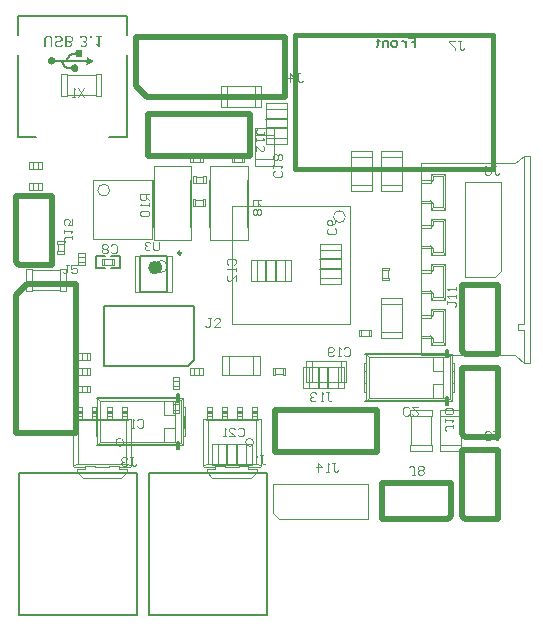
<source format=gbo>
G04 Layer_Color=65280*
%FSLAX44Y44*%
%MOMM*%
G71*
G01*
G75*
%ADD29C,0.1270*%
%ADD32C,0.0500*%
%ADD33C,0.1000*%
%ADD68C,0.5080*%
%ADD69C,0.2500*%
%ADD70C,0.6000*%
%ADD72C,0.2000*%
%ADD73C,0.1250*%
%ADD74C,0.1500*%
%ADD108C,0.0508*%
%ADD109C,0.2032*%
%ADD110C,0.5000*%
%ADD111C,0.4000*%
%ADD112C,0.1280*%
G36*
X284792Y1264169D02*
X285074Y1264155D01*
X285328Y1264113D01*
X285539Y1264071D01*
X285723Y1264042D01*
X285849Y1264000D01*
X285934Y1263986D01*
X285962Y1263972D01*
X286188Y1263887D01*
X286399Y1263774D01*
X286582Y1263662D01*
X286752Y1263549D01*
X286878Y1263450D01*
X286977Y1263366D01*
X287048Y1263309D01*
X287062Y1263295D01*
X287245Y1263112D01*
X287386Y1262900D01*
X287513Y1262703D01*
X287612Y1262506D01*
X287682Y1262337D01*
X287738Y1262210D01*
X287752Y1262153D01*
X287767Y1262111D01*
X287781Y1262097D01*
Y1262083D01*
X287851Y1261787D01*
X287908Y1261491D01*
X287950Y1261209D01*
X287978Y1260941D01*
X287992Y1260701D01*
X288006Y1260603D01*
Y1260518D01*
Y1260447D01*
Y1260391D01*
Y1260363D01*
Y1260349D01*
Y1254893D01*
X286794D01*
Y1260433D01*
Y1260673D01*
X286780Y1260884D01*
X286766Y1261082D01*
X286737Y1261237D01*
X286723Y1261364D01*
X286695Y1261462D01*
X286681Y1261533D01*
Y1261547D01*
X286639Y1261716D01*
X286582Y1261857D01*
X286526Y1261998D01*
X286470Y1262111D01*
X286427Y1262210D01*
X286385Y1262294D01*
X286357Y1262337D01*
X286343Y1262351D01*
X286230Y1262492D01*
X286117Y1262604D01*
X285990Y1262717D01*
X285878Y1262788D01*
X285765Y1262858D01*
X285680Y1262900D01*
X285624Y1262929D01*
X285610Y1262943D01*
X285427Y1263013D01*
X285243Y1263055D01*
X285060Y1263098D01*
X284877Y1263112D01*
X284722Y1263126D01*
X284609Y1263140D01*
X284496D01*
X284256Y1263126D01*
X284045Y1263112D01*
X283862Y1263084D01*
X283692Y1263041D01*
X283566Y1262999D01*
X283467Y1262971D01*
X283411Y1262957D01*
X283382Y1262943D01*
X283213Y1262858D01*
X283072Y1262759D01*
X282945Y1262675D01*
X282847Y1262576D01*
X282762Y1262492D01*
X282706Y1262421D01*
X282663Y1262365D01*
X282649Y1262351D01*
X282494Y1262083D01*
X282438Y1261956D01*
X282396Y1261829D01*
X282353Y1261730D01*
X282325Y1261646D01*
X282311Y1261589D01*
Y1261575D01*
X282283Y1261406D01*
X282255Y1261209D01*
X282241Y1261011D01*
X282226Y1260828D01*
X282212Y1260659D01*
Y1260532D01*
Y1260476D01*
Y1260433D01*
Y1260419D01*
Y1260405D01*
Y1254893D01*
X281000D01*
Y1260349D01*
X281014Y1260715D01*
X281028Y1261054D01*
X281070Y1261350D01*
X281113Y1261603D01*
X281141Y1261815D01*
X281169Y1261899D01*
X281183Y1261970D01*
X281197Y1262026D01*
Y1262069D01*
X281211Y1262083D01*
Y1262097D01*
X281310Y1262351D01*
X281409Y1262576D01*
X281536Y1262788D01*
X281649Y1262957D01*
X281761Y1263098D01*
X281846Y1263211D01*
X281902Y1263267D01*
X281930Y1263295D01*
X282100Y1263450D01*
X282269Y1263577D01*
X282452Y1263690D01*
X282621Y1263789D01*
X282762Y1263859D01*
X282889Y1263915D01*
X282959Y1263944D01*
X282988Y1263958D01*
X283241Y1264028D01*
X283495Y1264085D01*
X283749Y1264127D01*
X283989Y1264155D01*
X284186Y1264169D01*
X284355Y1264183D01*
X284496D01*
X284792Y1264169D01*
D02*
G37*
G36*
X302442Y1263986D02*
X302752Y1263972D01*
X303020Y1263944D01*
X303245Y1263915D01*
X303428Y1263887D01*
X303555Y1263859D01*
X303640Y1263831D01*
X303668D01*
X303894Y1263760D01*
X304105Y1263676D01*
X304302Y1263577D01*
X304471Y1263478D01*
X304598Y1263394D01*
X304711Y1263337D01*
X304767Y1263281D01*
X304796Y1263267D01*
X304951Y1263126D01*
X305092Y1262985D01*
X305205Y1262844D01*
X305303Y1262703D01*
X305388Y1262590D01*
X305444Y1262492D01*
X305472Y1262435D01*
X305487Y1262407D01*
X305571Y1262210D01*
X305642Y1261998D01*
X305684Y1261801D01*
X305726Y1261618D01*
X305740Y1261448D01*
X305754Y1261322D01*
Y1261237D01*
Y1261223D01*
Y1261209D01*
X305726Y1260871D01*
X305670Y1260560D01*
X305585Y1260293D01*
X305487Y1260067D01*
X305388Y1259884D01*
X305303Y1259757D01*
X305247Y1259672D01*
X305219Y1259644D01*
X305007Y1259433D01*
X304767Y1259249D01*
X304528Y1259108D01*
X304288Y1258996D01*
X304091Y1258925D01*
X303922Y1258869D01*
X303851Y1258855D01*
X303809Y1258840D01*
X303781Y1258826D01*
X303767D01*
Y1258784D01*
X303964Y1258671D01*
X304133Y1258544D01*
X304288Y1258432D01*
X304415Y1258305D01*
X304514Y1258206D01*
X304584Y1258121D01*
X304627Y1258065D01*
X304641Y1258051D01*
X304753Y1257868D01*
X304838Y1257684D01*
X304894Y1257487D01*
X304937Y1257318D01*
X304965Y1257163D01*
X304979Y1257050D01*
Y1256966D01*
Y1256937D01*
X304965Y1256740D01*
X304937Y1256543D01*
X304909Y1256388D01*
X304866Y1256233D01*
X304810Y1256120D01*
X304782Y1256035D01*
X304753Y1255979D01*
X304739Y1255965D01*
X304641Y1255810D01*
X304528Y1255683D01*
X304415Y1255556D01*
X304302Y1255457D01*
X304190Y1255387D01*
X304105Y1255316D01*
X304049Y1255288D01*
X304020Y1255274D01*
X303851Y1255189D01*
X303682Y1255133D01*
X303513Y1255077D01*
X303372Y1255034D01*
X303245Y1255006D01*
X303146Y1254992D01*
X303090Y1254978D01*
X303062D01*
X302850Y1254950D01*
X302625Y1254921D01*
X302371Y1254907D01*
X302131D01*
X301920Y1254893D01*
X298889D01*
Y1264000D01*
X302103D01*
X302442Y1263986D01*
D02*
G37*
G36*
X293603Y1264155D02*
X293913Y1264141D01*
X294181Y1264099D01*
X294406Y1264056D01*
X294590Y1264028D01*
X294730Y1263986D01*
X294815Y1263972D01*
X294829Y1263958D01*
X294843D01*
X295083Y1263859D01*
X295294Y1263760D01*
X295492Y1263662D01*
X295661Y1263563D01*
X295802Y1263478D01*
X295900Y1263408D01*
X295957Y1263352D01*
X295985Y1263337D01*
X296140Y1263196D01*
X296281Y1263055D01*
X296394Y1262900D01*
X296493Y1262774D01*
X296577Y1262647D01*
X296634Y1262548D01*
X296662Y1262492D01*
X296676Y1262463D01*
X296760Y1262266D01*
X296817Y1262083D01*
X296873Y1261899D01*
X296901Y1261745D01*
X296915Y1261603D01*
X296930Y1261491D01*
Y1261434D01*
Y1261406D01*
X296901Y1261054D01*
X296845Y1260758D01*
X296760Y1260490D01*
X296676Y1260278D01*
X296577Y1260109D01*
X296493Y1259982D01*
X296436Y1259912D01*
X296408Y1259884D01*
X296197Y1259686D01*
X295957Y1259517D01*
X295703Y1259376D01*
X295464Y1259263D01*
X295238Y1259179D01*
X295139Y1259151D01*
X295055Y1259122D01*
X294984Y1259094D01*
X294928Y1259080D01*
X294900Y1259066D01*
X294886D01*
X294688Y1259024D01*
X294477Y1258967D01*
X294265Y1258925D01*
X294082Y1258897D01*
X293899Y1258855D01*
X293772Y1258840D01*
X293715Y1258826D01*
X293673Y1258812D01*
X293645D01*
X293391Y1258770D01*
X293166Y1258728D01*
X292982Y1258685D01*
X292827Y1258657D01*
X292701Y1258629D01*
X292616Y1258615D01*
X292560Y1258601D01*
X292545D01*
X292292Y1258530D01*
X292066Y1258446D01*
X291883Y1258375D01*
X291742Y1258291D01*
X291629Y1258220D01*
X291559Y1258164D01*
X291516Y1258121D01*
X291502Y1258107D01*
X291404Y1257981D01*
X291333Y1257825D01*
X291291Y1257684D01*
X291263Y1257530D01*
X291234Y1257403D01*
X291220Y1257304D01*
Y1257233D01*
Y1257205D01*
X291248Y1256980D01*
X291305Y1256768D01*
X291404Y1256599D01*
X291516Y1256444D01*
X291615Y1256331D01*
X291714Y1256233D01*
X291770Y1256176D01*
X291798Y1256162D01*
X292038Y1256021D01*
X292292Y1255922D01*
X292560Y1255852D01*
X292799Y1255810D01*
X293025Y1255767D01*
X293123D01*
X293208Y1255753D01*
X293363D01*
X293687Y1255767D01*
X294011Y1255796D01*
X294308Y1255852D01*
X294561Y1255894D01*
X294787Y1255951D01*
X294871Y1255979D01*
X294956Y1256007D01*
X295012Y1256021D01*
X295055Y1256035D01*
X295083Y1256049D01*
X295097D01*
X295407Y1256162D01*
X295675Y1256289D01*
X295915Y1256416D01*
X296098Y1256529D01*
X296253Y1256627D01*
X296366Y1256712D01*
X296436Y1256768D01*
X296464Y1256782D01*
X296563D01*
Y1255359D01*
X296323Y1255260D01*
X296084Y1255175D01*
X295844Y1255091D01*
X295619Y1255034D01*
X295421Y1254978D01*
X295280Y1254936D01*
X295224Y1254921D01*
X295182D01*
X295153Y1254907D01*
X295139D01*
X294829Y1254837D01*
X294519Y1254795D01*
X294223Y1254752D01*
X293955Y1254738D01*
X293730Y1254724D01*
X293631Y1254710D01*
X293377D01*
X293109Y1254724D01*
X292841Y1254738D01*
X292602Y1254781D01*
X292376Y1254823D01*
X292151Y1254879D01*
X291953Y1254936D01*
X291770Y1255006D01*
X291601Y1255077D01*
X291446Y1255147D01*
X291305Y1255218D01*
X291192Y1255274D01*
X291093Y1255330D01*
X291023Y1255373D01*
X290967Y1255415D01*
X290938Y1255429D01*
X290924Y1255443D01*
X290755Y1255584D01*
X290614Y1255739D01*
X290487Y1255894D01*
X290375Y1256049D01*
X290276Y1256204D01*
X290205Y1256359D01*
X290093Y1256655D01*
X290022Y1256923D01*
X289994Y1257036D01*
X289980Y1257135D01*
X289966Y1257219D01*
Y1257276D01*
Y1257318D01*
Y1257332D01*
X289994Y1257684D01*
X290050Y1258009D01*
X290149Y1258291D01*
X290262Y1258516D01*
X290360Y1258699D01*
X290459Y1258840D01*
X290515Y1258925D01*
X290544Y1258939D01*
Y1258953D01*
X290656Y1259066D01*
X290783Y1259165D01*
X291065Y1259348D01*
X291361Y1259503D01*
X291657Y1259616D01*
X291925Y1259715D01*
X292038Y1259743D01*
X292137Y1259771D01*
X292221Y1259799D01*
X292278Y1259813D01*
X292320Y1259827D01*
X292334D01*
X292560Y1259870D01*
X292771Y1259912D01*
X292968Y1259954D01*
X293137Y1259982D01*
X293279Y1260011D01*
X293377Y1260025D01*
X293448Y1260039D01*
X293476D01*
X293673Y1260067D01*
X293857Y1260095D01*
X294026Y1260137D01*
X294167Y1260166D01*
X294293Y1260194D01*
X294378Y1260208D01*
X294449Y1260236D01*
X294463D01*
X294674Y1260307D01*
X294857Y1260377D01*
X295012Y1260447D01*
X295139Y1260518D01*
X295238Y1260589D01*
X295308Y1260645D01*
X295351Y1260673D01*
X295365Y1260687D01*
X295464Y1260800D01*
X295548Y1260941D01*
X295604Y1261096D01*
X295633Y1261237D01*
X295661Y1261364D01*
X295675Y1261477D01*
Y1261547D01*
Y1261561D01*
Y1261575D01*
Y1261702D01*
X295647Y1261829D01*
X295576Y1262055D01*
X295478Y1262238D01*
X295365Y1262407D01*
X295238Y1262534D01*
X295139Y1262618D01*
X295069Y1262689D01*
X295055Y1262703D01*
X295041D01*
X294787Y1262844D01*
X294505Y1262943D01*
X294209Y1263027D01*
X293941Y1263070D01*
X293687Y1263098D01*
X293575Y1263112D01*
X293476D01*
X293405Y1263126D01*
X293293D01*
X292982Y1263112D01*
X292686Y1263084D01*
X292404Y1263027D01*
X292137Y1262971D01*
X291911Y1262915D01*
X291826Y1262886D01*
X291742Y1262858D01*
X291671Y1262844D01*
X291629Y1262830D01*
X291601Y1262816D01*
X291587D01*
X291263Y1262689D01*
X290952Y1262548D01*
X290685Y1262393D01*
X290459Y1262252D01*
X290262Y1262125D01*
X290121Y1262026D01*
X290064Y1261984D01*
X290022Y1261956D01*
X290008Y1261928D01*
X289909D01*
Y1263450D01*
X290205Y1263577D01*
X290501Y1263676D01*
X290769Y1263774D01*
X291009Y1263845D01*
X291206Y1263915D01*
X291361Y1263958D01*
X291418Y1263972D01*
X291474D01*
X291488Y1263986D01*
X291502D01*
X291812Y1264042D01*
X292108Y1264085D01*
X292419Y1264127D01*
X292686Y1264141D01*
X292926Y1264155D01*
X293025Y1264169D01*
X293279D01*
X293603Y1264155D01*
D02*
G37*
G36*
X329804Y1263070D02*
X327943D01*
Y1254851D01*
X326998D01*
X326984Y1254992D01*
X326956Y1255119D01*
X326928Y1255232D01*
X326886Y1255330D01*
X326857Y1255401D01*
X326829Y1255457D01*
X326815Y1255485D01*
X326801Y1255499D01*
X326674Y1255655D01*
X326519Y1255767D01*
X326463Y1255824D01*
X326406Y1255852D01*
X326378Y1255866D01*
X326364Y1255880D01*
X326265Y1255922D01*
X326167Y1255951D01*
X325941Y1256007D01*
X325843Y1256035D01*
X325758Y1256049D01*
X325702Y1256063D01*
X325687D01*
X325377Y1256092D01*
X325236Y1256106D01*
X325109D01*
X325011Y1256120D01*
X324870D01*
Y1256952D01*
X326773D01*
Y1263070D01*
X324870D01*
Y1264000D01*
X329804D01*
Y1263070D01*
D02*
G37*
G36*
X314635Y1264169D02*
X314903Y1264155D01*
X315129Y1264127D01*
X315326Y1264085D01*
X315495Y1264042D01*
X315622Y1264014D01*
X315707Y1264000D01*
X315735Y1263986D01*
X315961Y1263901D01*
X316158Y1263803D01*
X316341Y1263704D01*
X316510Y1263591D01*
X316637Y1263507D01*
X316722Y1263422D01*
X316792Y1263366D01*
X316806Y1263352D01*
X316947Y1263196D01*
X317074Y1263055D01*
X317187Y1262900D01*
X317272Y1262759D01*
X317342Y1262633D01*
X317398Y1262534D01*
X317427Y1262477D01*
X317441Y1262449D01*
X317525Y1262252D01*
X317582Y1262055D01*
X317624Y1261857D01*
X317652Y1261688D01*
X317666Y1261533D01*
X317680Y1261406D01*
Y1261336D01*
Y1261308D01*
X317666Y1261082D01*
X317652Y1260884D01*
X317624Y1260715D01*
X317582Y1260560D01*
X317539Y1260447D01*
X317511Y1260363D01*
X317497Y1260307D01*
X317483Y1260293D01*
X317412Y1260152D01*
X317328Y1260011D01*
X317257Y1259898D01*
X317173Y1259813D01*
X317102Y1259729D01*
X317060Y1259672D01*
X317018Y1259644D01*
X317004Y1259630D01*
X316792Y1259461D01*
X316581Y1259348D01*
X316496Y1259292D01*
X316426Y1259263D01*
X316369Y1259235D01*
X316355D01*
X316087Y1259137D01*
X315975Y1259108D01*
X315876Y1259080D01*
X315791Y1259052D01*
X315735D01*
X315693Y1259038D01*
X315679D01*
Y1258953D01*
X315947Y1258883D01*
X316186Y1258770D01*
X316398Y1258657D01*
X316595Y1258530D01*
X316736Y1258418D01*
X316849Y1258319D01*
X316919Y1258262D01*
X316947Y1258234D01*
X317131Y1258009D01*
X317272Y1257783D01*
X317370Y1257572D01*
X317427Y1257360D01*
X317469Y1257177D01*
X317483Y1257036D01*
X317497Y1256980D01*
Y1256937D01*
Y1256923D01*
Y1256909D01*
X317483Y1256712D01*
X317455Y1256529D01*
X317427Y1256359D01*
X317384Y1256218D01*
X317328Y1256106D01*
X317300Y1256021D01*
X317272Y1255965D01*
X317257Y1255951D01*
X317159Y1255796D01*
X317060Y1255655D01*
X316947Y1255542D01*
X316849Y1255429D01*
X316750Y1255344D01*
X316665Y1255288D01*
X316609Y1255246D01*
X316595Y1255232D01*
X316285Y1255062D01*
X316130Y1254992D01*
X315989Y1254936D01*
X315862Y1254893D01*
X315763Y1254865D01*
X315707Y1254837D01*
X315679D01*
X315481Y1254795D01*
X315284Y1254766D01*
X315086Y1254738D01*
X314903Y1254724D01*
X314748Y1254710D01*
X314509D01*
X314255Y1254724D01*
X314001Y1254738D01*
X313761Y1254766D01*
X313536Y1254795D01*
X313353Y1254837D01*
X313212Y1254865D01*
X313155Y1254879D01*
X313113D01*
X313099Y1254893D01*
X313085D01*
X312831Y1254964D01*
X312605Y1255034D01*
X312408Y1255105D01*
X312239Y1255161D01*
X312112Y1255218D01*
X312027Y1255246D01*
X311957Y1255274D01*
X311943Y1255288D01*
Y1256571D01*
X311999D01*
X312225Y1256430D01*
X312436Y1256317D01*
X312648Y1256218D01*
X312831Y1256134D01*
X312986Y1256063D01*
X313113Y1256021D01*
X313197Y1255993D01*
X313226Y1255979D01*
X313465Y1255908D01*
X313705Y1255852D01*
X313916Y1255824D01*
X314100Y1255796D01*
X314255Y1255781D01*
X314368Y1255767D01*
X314466D01*
X314734Y1255781D01*
X314847Y1255796D01*
X314946D01*
X315030Y1255810D01*
X315086Y1255824D01*
X315129Y1255838D01*
X315143D01*
X315368Y1255894D01*
X315467Y1255922D01*
X315552Y1255965D01*
X315622Y1255993D01*
X315679Y1256021D01*
X315707Y1256035D01*
X315721Y1256049D01*
X315890Y1256190D01*
X316017Y1256317D01*
X316059Y1256388D01*
X316087Y1256430D01*
X316116Y1256458D01*
Y1256472D01*
X316200Y1256655D01*
X316243Y1256839D01*
X316257Y1256923D01*
Y1256980D01*
Y1257022D01*
Y1257036D01*
X316228Y1257304D01*
X316172Y1257530D01*
X316073Y1257727D01*
X315975Y1257882D01*
X315876Y1258009D01*
X315777Y1258107D01*
X315721Y1258164D01*
X315693Y1258178D01*
X315467Y1258305D01*
X315228Y1258403D01*
X314974Y1258460D01*
X314734Y1258516D01*
X314523Y1258544D01*
X314438D01*
X314354Y1258559D01*
X313776D01*
Y1259574D01*
X314325D01*
X314650Y1259588D01*
X314790Y1259602D01*
X314917D01*
X315016Y1259616D01*
X315101Y1259630D01*
X315157Y1259644D01*
X315171D01*
X315312Y1259672D01*
X315439Y1259715D01*
X315566Y1259757D01*
X315665Y1259799D01*
X315735Y1259841D01*
X315791Y1259884D01*
X315834Y1259898D01*
X315848Y1259912D01*
X316031Y1260067D01*
X316158Y1260236D01*
X316214Y1260307D01*
X316243Y1260363D01*
X316271Y1260405D01*
Y1260419D01*
X316327Y1260546D01*
X316369Y1260673D01*
X316398Y1260814D01*
X316426Y1260941D01*
Y1261054D01*
X316440Y1261138D01*
Y1261195D01*
Y1261223D01*
Y1261406D01*
X316412Y1261561D01*
X316398Y1261702D01*
X316369Y1261815D01*
X316341Y1261914D01*
X316327Y1261984D01*
X316299Y1262026D01*
Y1262040D01*
X316172Y1262266D01*
X316101Y1262365D01*
X316031Y1262463D01*
X315975Y1262534D01*
X315918Y1262590D01*
X315890Y1262618D01*
X315876Y1262633D01*
X315763Y1262717D01*
X315650Y1262788D01*
X315425Y1262900D01*
X315326Y1262943D01*
X315242Y1262971D01*
X315185Y1262999D01*
X315171D01*
X314861Y1263070D01*
X314720Y1263098D01*
X314593Y1263112D01*
X314494D01*
X314424Y1263126D01*
X314354D01*
X314100Y1263112D01*
X313860Y1263084D01*
X313635Y1263055D01*
X313423Y1263013D01*
X313240Y1262971D01*
X313113Y1262929D01*
X313057Y1262915D01*
X313014D01*
X313000Y1262900D01*
X312986D01*
X312732Y1262816D01*
X312493Y1262717D01*
X312295Y1262618D01*
X312112Y1262520D01*
X311957Y1262449D01*
X311858Y1262379D01*
X311788Y1262337D01*
X311760Y1262322D01*
X311675D01*
Y1263619D01*
X311858Y1263690D01*
X312056Y1263774D01*
X312253Y1263831D01*
X312450Y1263887D01*
X312620Y1263930D01*
X312746Y1263972D01*
X312803Y1263986D01*
X312845D01*
X312859Y1264000D01*
X312873D01*
X313155Y1264056D01*
X313423Y1264099D01*
X313663Y1264141D01*
X313902Y1264155D01*
X314086Y1264169D01*
X314241Y1264183D01*
X314368D01*
X314635Y1264169D01*
D02*
G37*
G36*
X321642Y1262252D02*
X320176D01*
Y1264000D01*
X321642D01*
Y1262252D01*
D02*
G37*
G36*
X313326Y1251790D02*
X313347Y1251651D01*
X313370Y1246474D01*
X313351Y1246385D01*
X313262Y1246356D01*
X308184Y1246361D01*
X307953Y1246342D01*
X307887Y1246399D01*
X307901Y1248096D01*
X307887Y1248223D01*
X307722Y1248261D01*
X306982Y1248191D01*
X306228Y1248110D01*
X305605Y1248026D01*
X305183Y1247905D01*
X304554Y1247658D01*
X304115Y1247469D01*
X303585Y1247141D01*
X303177Y1246875D01*
X302611Y1246262D01*
X302248Y1245795D01*
X301984Y1245347D01*
X301758Y1244881D01*
X301399Y1244277D01*
X301253Y1244098D01*
X301263Y1244004D01*
X301381Y1243966D01*
X302521Y1243990D01*
X309066Y1244023D01*
X316831D01*
X316888Y1244093D01*
Y1244211D01*
X316881Y1244888D01*
X316878Y1246620D01*
X316954Y1246696D01*
X317039D01*
X317274Y1246550D01*
X317774Y1246267D01*
X318491Y1245814D01*
X319120Y1245425D01*
X320013Y1244937D01*
X320763Y1244527D01*
X321367Y1244107D01*
X323177Y1243112D01*
X323297Y1243016D01*
X323309Y1242966D01*
X323168Y1242858D01*
X321895Y1242155D01*
X320881Y1241585D01*
X320131Y1241170D01*
X319146Y1240590D01*
X318377Y1240161D01*
X317251Y1239501D01*
X316956Y1239329D01*
X316859Y1239360D01*
X316878Y1241062D01*
X316873Y1241689D01*
X316899Y1241993D01*
X316826Y1242047D01*
X315435Y1242000D01*
X313724Y1242005D01*
X312630Y1242000D01*
X308889Y1241993D01*
X301249Y1242000D01*
X298000D01*
X297694Y1242009D01*
X297649Y1241964D01*
X297633Y1241896D01*
X297682Y1241771D01*
X297800Y1241573D01*
X297896Y1241373D01*
X297988Y1241196D01*
X298137Y1240882D01*
X298255Y1240576D01*
X298415Y1240190D01*
X298596Y1239848D01*
X298731Y1239572D01*
X298986Y1239251D01*
X299226Y1238973D01*
X299471Y1238737D01*
X299735Y1238563D01*
X299966Y1238417D01*
X300390Y1238238D01*
X300772Y1238110D01*
X301489Y1237988D01*
X301975Y1237950D01*
X302441Y1237888D01*
X303337Y1237865D01*
X303677Y1237875D01*
X303823Y1237917D01*
X303941Y1238176D01*
X304063Y1238412D01*
X304304Y1238733D01*
X304655Y1239117D01*
X304888Y1239360D01*
X305157Y1239591D01*
X305699Y1239893D01*
X306100Y1240010D01*
X306656Y1240095D01*
X307236Y1240095D01*
X307717Y1240020D01*
X308010Y1239925D01*
X308328Y1239824D01*
X308641Y1239638D01*
X308931Y1239404D01*
X309118Y1239246D01*
X309316Y1238996D01*
X309518Y1238728D01*
X309740Y1238436D01*
X309886Y1238190D01*
X310027Y1237790D01*
X310091Y1237481D01*
X310117Y1237116D01*
X310103Y1236677D01*
X310089Y1236366D01*
X310051Y1236106D01*
X309938Y1235786D01*
X309759Y1235409D01*
X309617Y1235111D01*
X309452Y1234866D01*
X309158Y1234572D01*
X308849Y1234277D01*
X308434Y1234018D01*
X308095Y1233806D01*
X307529Y1233674D01*
X307057Y1233650D01*
X306484Y1233657D01*
X305999Y1233766D01*
X305591Y1233900D01*
X305303Y1234032D01*
X304959Y1234263D01*
X304646Y1234539D01*
X304323Y1234857D01*
X304087Y1235263D01*
X303912Y1235545D01*
X303860Y1235772D01*
X303785Y1235909D01*
X303700Y1235993D01*
X303120Y1235998D01*
X301489Y1236097D01*
X300857Y1236191D01*
X299740Y1236418D01*
X299315Y1236606D01*
X298717Y1236875D01*
X298062Y1237299D01*
X297623Y1237705D01*
X297095Y1238403D01*
X296826Y1238997D01*
X296567Y1239595D01*
X296114Y1240633D01*
X295862Y1241206D01*
X295638Y1241755D01*
X295553Y1241910D01*
X295449Y1241962D01*
X292866Y1241963D01*
X290453Y1241934D01*
X290394Y1241819D01*
X290260Y1241537D01*
X290094Y1241296D01*
X289890Y1241008D01*
X289718Y1240804D01*
X289436Y1240542D01*
X289087Y1240309D01*
X288778Y1240151D01*
X288452Y1240025D01*
X288081Y1239917D01*
X287725Y1239874D01*
X287310D01*
Y1239890D01*
X287073Y1239881D01*
X286435Y1239987D01*
X285888Y1240237D01*
X285506Y1240496D01*
X285128Y1240751D01*
X284737Y1241231D01*
X284516Y1241609D01*
X284318Y1242005D01*
X284200Y1242453D01*
X284148Y1242792D01*
X284153Y1243410D01*
X284219Y1243933D01*
X284407Y1244409D01*
X284568Y1244734D01*
X284855Y1245093D01*
X285270Y1245508D01*
X285577Y1245739D01*
X285845Y1245975D01*
X286345Y1246177D01*
X286689Y1246257D01*
X287052Y1246281D01*
X287571Y1246267D01*
X288080Y1246225D01*
X288467Y1246125D01*
X288801Y1246026D01*
X289219Y1245741D01*
X289452Y1245541D01*
X289678Y1245371D01*
X289886Y1245159D01*
X290060Y1244961D01*
X290261Y1244666D01*
X290376Y1244400D01*
X290452Y1244159D01*
X290508Y1244018D01*
X290574Y1243961D01*
X291819Y1243952D01*
X297229Y1243954D01*
X298504Y1243947D01*
X298820Y1244037D01*
X299103Y1244178D01*
X299396Y1244489D01*
X299655Y1244881D01*
X299803Y1245194D01*
X300129Y1245817D01*
X300513Y1246517D01*
X300923Y1247200D01*
X301583Y1247955D01*
X302229Y1248520D01*
X302701Y1248959D01*
X303498Y1249346D01*
X304186Y1249591D01*
X305009Y1249791D01*
X305397Y1249883D01*
X306161Y1249982D01*
X306944Y1250090D01*
X307682Y1250112D01*
X307852Y1250135D01*
X307887Y1250246D01*
X307866Y1251790D01*
X307908Y1251856D01*
X307984Y1251837D01*
X313083Y1251849D01*
X313281Y1251859D01*
X313326Y1251790D01*
D02*
G37*
%LPC*%
G36*
X301864Y1258559D02*
X300101D01*
Y1255937D01*
X301948D01*
X302131Y1255951D01*
X302272D01*
X302399Y1255965D01*
X302484D01*
X302540Y1255979D01*
X302554D01*
X302709Y1255993D01*
X302836Y1256035D01*
X302963Y1256063D01*
X303062Y1256106D01*
X303146Y1256134D01*
X303203Y1256162D01*
X303245Y1256176D01*
X303259Y1256190D01*
X303414Y1256303D01*
X303527Y1256430D01*
X303598Y1256515D01*
X303612Y1256543D01*
Y1256557D01*
X303682Y1256740D01*
X303710Y1256909D01*
X303724Y1256994D01*
Y1257050D01*
Y1257093D01*
Y1257107D01*
X303710Y1257374D01*
X303682Y1257501D01*
X303668Y1257600D01*
X303640Y1257684D01*
X303612Y1257741D01*
X303598Y1257783D01*
Y1257797D01*
X303541Y1257896D01*
X303485Y1257995D01*
X303358Y1258136D01*
X303287Y1258192D01*
X303231Y1258234D01*
X303203Y1258248D01*
X303189Y1258262D01*
X302977Y1258375D01*
X302780Y1258446D01*
X302695Y1258474D01*
X302625Y1258488D01*
X302582Y1258502D01*
X302568D01*
X302427Y1258516D01*
X302286Y1258530D01*
X302131Y1258544D01*
X301990D01*
X301864Y1258559D01*
D02*
G37*
G36*
X301976Y1262957D02*
X300101D01*
Y1259574D01*
X302202D01*
X302399Y1259588D01*
X302582D01*
X302724Y1259602D01*
X302850Y1259616D01*
X302935D01*
X302991Y1259630D01*
X303005D01*
X303160Y1259644D01*
X303302Y1259672D01*
X303414Y1259715D01*
X303527Y1259743D01*
X303612Y1259771D01*
X303668Y1259799D01*
X303710Y1259813D01*
X303724Y1259827D01*
X303879Y1259912D01*
X304006Y1260011D01*
X304105Y1260095D01*
X304190Y1260180D01*
X304260Y1260264D01*
X304302Y1260321D01*
X304316Y1260363D01*
X304331Y1260377D01*
X304387Y1260504D01*
X304429Y1260645D01*
X304457Y1260800D01*
X304486Y1260941D01*
Y1261054D01*
X304500Y1261167D01*
Y1261223D01*
Y1261251D01*
Y1261420D01*
X304471Y1261575D01*
X304443Y1261716D01*
X304415Y1261829D01*
X304387Y1261914D01*
X304359Y1261984D01*
X304345Y1262026D01*
X304331Y1262040D01*
X304260Y1262153D01*
X304190Y1262252D01*
X304020Y1262421D01*
X303950Y1262477D01*
X303894Y1262534D01*
X303851Y1262562D01*
X303837Y1262576D01*
X303710Y1262661D01*
X303569Y1262717D01*
X303428Y1262774D01*
X303302Y1262816D01*
X303189Y1262844D01*
X303090Y1262872D01*
X303034Y1262886D01*
X303005D01*
X302808Y1262915D01*
X302582Y1262929D01*
X302371Y1262943D01*
X302160D01*
X301976Y1262957D01*
D02*
G37*
%LPD*%
D29*
X436000Y901238D02*
Y918762D01*
X444000Y901238D02*
Y918762D01*
X622000Y992000D02*
Y995000D01*
X621000Y992000D02*
Y995000D01*
Y992000D02*
X623000D01*
X622000Y995000D02*
Y998000D01*
X621000Y995000D02*
Y998000D01*
X623000D01*
X622000Y955000D02*
Y958000D01*
X621000Y955000D02*
Y958000D01*
X623000D01*
X622000Y952000D02*
Y955000D01*
X621000Y952000D02*
Y955000D01*
Y952000D02*
X623000D01*
X553000Y995000D02*
X623000D01*
Y992000D02*
Y998000D01*
Y952000D02*
Y958000D01*
X553000Y955000D02*
X623000D01*
X514478Y1075117D02*
X532002D01*
X514478Y1067117D02*
X532002D01*
X468738Y1186000D02*
X486262D01*
X468738Y1194000D02*
X486262D01*
X324500Y1067500D02*
Y1077500D01*
Y1067500D02*
X332500D01*
X337500D02*
X345500D01*
Y1077500D01*
X337500D02*
X345500D01*
X324500D02*
X332500D01*
X521500Y966238D02*
Y983762D01*
X513500Y966238D02*
Y983762D01*
X394500Y954500D02*
Y957500D01*
X393500Y954500D02*
Y957500D01*
Y954500D02*
X395500D01*
X394500Y957500D02*
Y960500D01*
X393500Y957500D02*
Y960500D01*
X395500D01*
X394500Y917500D02*
Y920500D01*
X393500Y917500D02*
Y920500D01*
X395500D01*
X394500Y914500D02*
Y917500D01*
X393500Y914500D02*
Y917500D01*
Y914500D02*
X395500D01*
X325500Y957500D02*
X395500D01*
Y954500D02*
Y960500D01*
Y914500D02*
Y920500D01*
X325500Y917500D02*
X395500D01*
X468947Y1056514D02*
Y1074037D01*
X476948Y1056514D02*
Y1074037D01*
D32*
X610500Y1084450D02*
G03*
X608400Y1086550I-2100J0D01*
G01*
Y1063450D02*
G03*
X610500Y1065550I0J2100D01*
G01*
Y1122550D02*
G03*
X608400Y1124650I-2100J0D01*
G01*
X610500Y1008250D02*
G03*
X608400Y1010350I-2100J0D01*
G01*
X610500Y1046350D02*
G03*
X608400Y1048450I-2100J0D01*
G01*
Y1101550D02*
G03*
X610500Y1103650I0J2100D01*
G01*
X608400Y1139650D02*
G03*
X610500Y1141750I0J2100D01*
G01*
X608400Y1025350D02*
G03*
X610500Y1027450I0J2100D01*
G01*
X458377Y920000D02*
G03*
X458377Y920000I-3377J0D01*
G01*
X348377D02*
G03*
X348377Y920000I-3377J0D01*
G01*
X457000Y901000D02*
Y919000D01*
X452000Y901000D02*
Y919000D01*
X457000D01*
X452000Y901000D02*
X457000D01*
X423000D02*
Y919000D01*
X428000Y901000D02*
Y919000D01*
X423000D02*
X428000D01*
X423000Y901000D02*
X428000D01*
Y918800D02*
X452000D01*
X428000Y901200D02*
X452000D01*
X552000Y962500D02*
X553500D01*
X552000Y970000D02*
X553500D01*
X626500Y962500D02*
X628000D01*
X626500Y970000D02*
X628000D01*
X552000Y962500D02*
Y987500D01*
X553500D01*
X552000Y980000D02*
X553500D01*
X628000Y962500D02*
Y987500D01*
X626500D02*
X628000D01*
X626500Y980000D02*
X628000D01*
X626700Y970000D02*
Y980000D01*
X553300Y970000D02*
Y980000D01*
X553500Y994750D02*
X555990Y992260D01*
X553500Y955250D02*
Y994750D01*
Y955250D02*
X555990Y957739D01*
Y992260D01*
X610010Y992267D02*
X619068D01*
X624706Y992956D01*
X626500Y994750D01*
X553500D02*
X626500D01*
X555990Y992260D02*
X610010Y992267D01*
Y980753D02*
Y992267D01*
X555990Y957739D02*
X610010Y957732D01*
X553500Y955250D02*
X626500D01*
X624706Y957044D02*
X626500Y955250D01*
X619068Y957732D02*
X624706Y957044D01*
X610010Y957732D02*
X619068D01*
X610010D02*
Y969247D01*
X619011D02*
Y980753D01*
X610010Y969247D02*
X619068D01*
X610010Y980753D02*
X619068D01*
Y957732D02*
Y969247D01*
X624706Y957044D02*
Y992956D01*
X619068Y980753D02*
Y992267D01*
X626500Y955250D02*
Y994750D01*
X618500Y1119150D02*
Y1145150D01*
X600500Y1025350D02*
X608400D01*
X600500Y1063450D02*
X608400D01*
X610500Y1119150D02*
X618500D01*
X620600Y1117050D01*
X600500Y1124650D02*
X608400D01*
X610500Y1107050D02*
X618500D01*
X610500Y1103650D02*
Y1107050D01*
X608400Y1109150D02*
X610500Y1107050D01*
Y1004850D02*
X618500D01*
X600500Y1101550D02*
X608400D01*
X610500Y1042950D02*
X618500D01*
X600500Y1010350D02*
X608400D01*
X600500Y1139650D02*
X608400D01*
X618500Y1004850D02*
Y1030850D01*
Y1004850D02*
X620600Y1002750D01*
X618500Y1081050D02*
Y1107050D01*
X620600Y1109150D01*
X610500Y1030850D02*
X618500D01*
X620600Y1032950D01*
X610500Y1027450D02*
Y1030850D01*
X608400Y1032950D02*
X610500Y1030850D01*
Y1119150D02*
Y1122550D01*
X608400Y1117050D02*
X610500Y1119150D01*
X618500Y1042950D02*
Y1068950D01*
Y1042950D02*
X620600Y1040850D01*
X600500Y1048450D02*
X608400D01*
X610500Y1004850D02*
Y1008250D01*
X608400Y1002750D02*
X610500Y1004850D01*
Y1141750D02*
Y1145150D01*
X600500Y1086550D02*
X608400D01*
X610500Y1042950D02*
Y1046350D01*
X608400Y1040850D02*
X610500Y1042950D01*
Y1081050D02*
Y1084450D01*
Y1081050D02*
X618500D01*
X608400Y1078950D02*
X610500Y1081050D01*
X618500D02*
X620600Y1078950D01*
X610500Y1068950D02*
X618500D01*
X620600Y1071050D01*
X610500Y1065550D02*
Y1068950D01*
X608400Y1071050D02*
X610500Y1068950D01*
X608400Y1002750D02*
X620600D01*
X600500Y993750D02*
Y1156250D01*
Y993750D02*
X679500D01*
X687500Y987350D01*
X679500Y1156250D02*
X687500Y1162650D01*
X600500Y1156250D02*
X679500D01*
X620600Y1117050D02*
Y1147250D01*
X608400Y1117050D02*
X620600D01*
X608400Y1109150D02*
X620600D01*
Y1078950D02*
Y1109150D01*
X608400Y1078950D02*
X620600D01*
X608400Y1071050D02*
X620600D01*
Y1040850D02*
Y1071050D01*
X608400Y1040850D02*
X620600D01*
X608400Y1032950D02*
X620600D01*
Y1002750D02*
Y1032950D01*
X610500Y1145150D02*
X618500D01*
X620600Y1147250D01*
X608400D02*
X620600D01*
X608400D02*
X610500Y1145150D01*
X608400Y1078950D02*
Y1086550D01*
X600500Y1084450D02*
X610500D01*
X600500Y1065550D02*
X610500D01*
X608400Y1063450D02*
Y1071050D01*
Y1117050D02*
Y1124650D01*
X600500Y1122550D02*
X610500D01*
X608400Y1002750D02*
Y1010350D01*
X600500Y1008250D02*
X610500D01*
X608400Y1040850D02*
Y1048450D01*
X600500Y1046350D02*
X610500D01*
X600500Y1103650D02*
X610500D01*
X608400Y1101550D02*
Y1109150D01*
X600500Y1141750D02*
X610500D01*
X608400Y1139650D02*
Y1147250D01*
X600500Y1027450D02*
X610500D01*
X608400Y1025350D02*
Y1032950D01*
X692500Y987350D02*
Y1162650D01*
X687500Y1020350D02*
Y1162650D01*
X692500D01*
X682500Y1015350D02*
Y1020350D01*
Y1015350D02*
X687500D01*
Y987350D02*
Y1015350D01*
Y987350D02*
X692500D01*
X682500Y1020350D02*
X687500D01*
X566000Y1133000D02*
X584000D01*
X566000Y1138000D02*
X584000D01*
X566000Y1133000D02*
Y1138000D01*
X584000Y1133000D02*
Y1138000D01*
X566000Y1167000D02*
X584000D01*
X566000Y1162000D02*
X584000D01*
X566000D02*
Y1167000D01*
X584000Y1162000D02*
Y1167000D01*
X566200Y1138000D02*
Y1162000D01*
X583801Y1138000D02*
Y1162000D01*
X317250Y995250D02*
X320250D01*
Y989750D02*
Y995250D01*
X317250Y989750D02*
Y995250D01*
Y989750D02*
X320250D01*
X309750Y995250D02*
X312750D01*
Y989750D02*
Y995250D01*
X309750Y989750D02*
X312750D01*
X309750D02*
Y995250D01*
X312750Y989760D02*
X317250D01*
X312750D02*
X317250Y989765D01*
X312750Y995236D02*
X317250Y995240D01*
X312750Y995236D02*
X317250Y995240D01*
X537000Y971000D02*
Y989000D01*
X532000Y971000D02*
Y989000D01*
Y971000D02*
X537000D01*
X532000Y989000D02*
X537000D01*
X503000Y971000D02*
Y989000D01*
X508000Y971000D02*
Y989000D01*
X503000Y971000D02*
X508000D01*
X503000Y989000D02*
X508000D01*
Y971200D02*
X532000D01*
X508000Y988800D02*
X532000D01*
X514240Y1054118D02*
X532240D01*
X514240Y1059118D02*
X532240D01*
Y1054118D02*
Y1059118D01*
X514240Y1054118D02*
Y1059118D01*
Y1088118D02*
X532240D01*
X514240Y1083118D02*
X532240D01*
Y1088118D01*
X514240Y1083118D02*
Y1088118D01*
X532040Y1059118D02*
Y1083118D01*
X514440Y1059118D02*
Y1083118D01*
X468500Y1207000D02*
X486500D01*
X468500Y1202000D02*
X486500D01*
X468500D02*
Y1207000D01*
X486500Y1202000D02*
Y1207000D01*
X468500Y1173000D02*
X486500D01*
X468500Y1178000D02*
X486500D01*
X468500Y1173000D02*
Y1178000D01*
X486500Y1173000D02*
Y1178000D01*
X468700D02*
Y1202000D01*
X486300Y1178000D02*
Y1202000D01*
X329750Y1069750D02*
Y1075250D01*
X331750Y1069750D02*
Y1075250D01*
X329750Y1069750D02*
X331750D01*
X329750Y1075250D02*
X331750D01*
X338250Y1069750D02*
X340250D01*
X338250Y1075250D02*
X340250D01*
Y1069750D02*
Y1075250D01*
X338250Y1069750D02*
Y1075250D01*
X331750Y1069950D02*
X338250D01*
X331750Y1075050D02*
X338250D01*
X292250Y1090250D02*
X297750D01*
X292250Y1088250D02*
X297750D01*
Y1090250D01*
X292250Y1088250D02*
Y1090250D01*
X297750Y1079750D02*
Y1081750D01*
X292250Y1079750D02*
Y1081750D01*
Y1079750D02*
X297750D01*
X292250Y1081750D02*
X297750D01*
X297550D02*
Y1088250D01*
X292451Y1081750D02*
Y1088250D01*
X500500Y966000D02*
Y984000D01*
X505500Y966000D02*
Y984000D01*
X500500Y966000D02*
X505500D01*
X500500Y984000D02*
X505500D01*
X534500Y966000D02*
Y984000D01*
X529500Y966000D02*
Y984000D01*
Y966000D02*
X534500D01*
X529500Y984000D02*
X534500D01*
X505500Y966200D02*
X529500D01*
X505500Y983800D02*
X529500D01*
X271562Y1157165D02*
X276062Y1157170D01*
X271562Y1157165D02*
X276062Y1157170D01*
X271562Y1151690D02*
X276062Y1151695D01*
X271562Y1151690D02*
X276062D01*
X268562Y1151680D02*
Y1157180D01*
Y1151680D02*
X271562D01*
Y1157180D01*
X268562D02*
X271562D01*
X276062Y1151680D02*
X279062D01*
X276062D02*
Y1157180D01*
X279062Y1151680D02*
Y1157180D01*
X276062D02*
X279062D01*
X430500Y1203500D02*
Y1221500D01*
X435500Y1203500D02*
Y1221500D01*
X430500D02*
X435500D01*
X430500Y1203500D02*
X435500D01*
X464500D02*
Y1221500D01*
X459500Y1203500D02*
Y1221500D01*
X464500D01*
X459500Y1203500D02*
X464500D01*
X435500Y1221300D02*
X459500D01*
X435500Y1203700D02*
X459500D01*
X460031Y901425D02*
Y938575D01*
X464500Y939372D01*
Y900075D02*
Y939500D01*
X460031Y901425D02*
X464500Y900628D01*
X415500Y900075D02*
X416425Y899150D01*
X415500Y900075D02*
Y939500D01*
Y900628D02*
X419969Y901425D01*
X460031D01*
X463575Y899150D02*
X464500Y900075D01*
X454000Y899150D02*
X463575D01*
X446000Y899724D02*
X454000D01*
X434000Y899150D02*
X446000D01*
X426000Y899724D02*
X434000D01*
X416425Y899150D02*
X426000D01*
X415500Y939372D02*
X419969Y938575D01*
Y901425D02*
Y938575D01*
X415500Y939500D02*
X464500D01*
X419969Y938575D02*
X460031D01*
X418850Y942166D02*
X423050D01*
X418850Y945064D02*
X423050D01*
Y939500D02*
Y950000D01*
X418850Y939500D02*
Y950000D01*
X431550Y942166D02*
X435750D01*
X431550Y939500D02*
Y950000D01*
Y945064D02*
X435750D01*
Y939500D02*
Y950000D01*
X444250Y942166D02*
X448450D01*
X444250Y945064D02*
X448450D01*
X444250Y939500D02*
Y950000D01*
X448450Y939500D02*
Y950000D01*
X456950Y942166D02*
X461150D01*
X456950Y945064D02*
X461150D01*
Y939500D02*
Y950000D01*
X456950Y939500D02*
Y950000D01*
X418850Y945432D02*
X423050D01*
X431550D02*
X435750D01*
X444250D02*
X448450D01*
X456950D02*
X461150D01*
X418850Y946311D02*
X423050D01*
X431550D02*
X435750D01*
X444250D02*
X448450D01*
X456950D02*
X461150D01*
X434000Y899000D02*
Y899724D01*
Y899000D02*
X446000D01*
Y899724D01*
X454000Y897000D02*
Y899724D01*
Y897000D02*
X461000D01*
Y894500D02*
Y897000D01*
X456500Y890000D02*
X461000Y894500D01*
X423500Y890000D02*
X456500D01*
X419000Y894500D02*
X423500Y890000D01*
X419000Y894500D02*
Y897000D01*
X426000D02*
Y899724D01*
X419000Y897000D02*
X426000D01*
X418850Y950000D02*
X423050D01*
X431550D02*
X435750D01*
X444250D02*
X448450D01*
X456950D02*
X461150D01*
X350031Y901425D02*
Y938575D01*
X354500Y939372D01*
Y900075D02*
Y939500D01*
X350031Y901425D02*
X354500Y900628D01*
X305500Y900075D02*
X306425Y899150D01*
X305500Y900075D02*
Y939500D01*
Y900628D02*
X309969Y901425D01*
X350031D01*
X353576Y899150D02*
X354500Y900075D01*
X344000Y899150D02*
X353576D01*
X336000Y899724D02*
X344000D01*
X324000Y899150D02*
X336000D01*
X316000Y899724D02*
X324000D01*
X306425Y899150D02*
X316000D01*
X305500Y939372D02*
X309969Y938575D01*
Y901425D02*
Y938575D01*
X305500Y939500D02*
X354500D01*
X309969Y938575D02*
X350031D01*
X308850Y942166D02*
X313050D01*
X308850Y945064D02*
X313050D01*
Y939500D02*
Y950000D01*
X308850Y939500D02*
Y950000D01*
X321550Y942166D02*
X325750D01*
X321550Y939500D02*
Y950000D01*
Y945064D02*
X325750D01*
Y939500D02*
Y950000D01*
X334250Y942166D02*
X338450D01*
X334250Y945064D02*
X338450D01*
X334250Y939500D02*
Y950000D01*
X338450Y939500D02*
Y950000D01*
X346950Y942166D02*
X351150D01*
X346950Y945064D02*
X351150D01*
Y939500D02*
Y950000D01*
X346950Y939500D02*
Y950000D01*
X308850Y945432D02*
X313050D01*
X321550D02*
X325750D01*
X334250D02*
X338450D01*
X346950D02*
X351150D01*
X308850Y946311D02*
X313050D01*
X321550D02*
X325750D01*
X334250D02*
X338450D01*
X346950D02*
X351150D01*
X324000Y899000D02*
Y899724D01*
Y899000D02*
X336000D01*
Y899724D01*
X344000Y897000D02*
Y899724D01*
Y897000D02*
X351000D01*
Y894500D02*
Y897000D01*
X346500Y890000D02*
X351000Y894500D01*
X313500Y890000D02*
X346500D01*
X309000Y894500D02*
X313500Y890000D01*
X309000Y894500D02*
Y897000D01*
X316000D02*
Y899724D01*
X309000Y897000D02*
X316000D01*
X308850Y950000D02*
X313050D01*
X321550D02*
X325750D01*
X334250D02*
X338450D01*
X346950D02*
X351150D01*
X616000Y947000D02*
X634000D01*
X616000Y942000D02*
X634000D01*
Y947000D01*
X616000Y942000D02*
Y947000D01*
Y913000D02*
X634000D01*
X616000Y918000D02*
X634000D01*
Y913000D02*
Y918000D01*
X616000Y913000D02*
Y918000D01*
X633800D02*
Y942000D01*
X616200Y918000D02*
Y942000D01*
X591000Y947000D02*
X609000D01*
X591000Y942000D02*
X609000D01*
Y947000D01*
X591000Y942000D02*
Y947000D01*
Y913000D02*
X609000D01*
X591000Y918000D02*
X609000D01*
Y913000D02*
Y918000D01*
X591000Y913000D02*
Y918000D01*
X608800D02*
Y942000D01*
X591200Y918000D02*
Y942000D01*
X295500Y1213500D02*
Y1231500D01*
X300500Y1213500D02*
Y1231500D01*
X295500D02*
X300500D01*
X295500Y1213500D02*
X300500D01*
X329500D02*
Y1231500D01*
X324500Y1213500D02*
Y1231500D01*
X329500D01*
X324500Y1213500D02*
X329500D01*
X300500Y1231300D02*
X324500D01*
X300500Y1213700D02*
X324500D01*
X541000Y1167000D02*
X559000D01*
X541000Y1162000D02*
X559000D01*
Y1167000D01*
X541000Y1162000D02*
Y1167000D01*
Y1133000D02*
X559000D01*
X541000Y1138000D02*
X559000D01*
Y1133000D02*
Y1138000D01*
X541000Y1133000D02*
Y1138000D01*
X558800D02*
Y1162000D01*
X541200Y1138000D02*
Y1162000D01*
X271308Y1139385D02*
X275808Y1139390D01*
X271308Y1139385D02*
X275808Y1139390D01*
X271308Y1133910D02*
X275808Y1133915D01*
X271308Y1133910D02*
X275808D01*
X268308Y1133900D02*
Y1139400D01*
Y1133900D02*
X271308D01*
Y1139400D01*
X268308D02*
X271308D01*
X275808Y1133900D02*
X278808D01*
X275808D02*
Y1139400D01*
X278808Y1133900D02*
Y1139400D01*
X275808D02*
X278808D01*
X389750Y972250D02*
Y975250D01*
X395250D01*
X389750Y972250D02*
X395250D01*
Y975250D01*
X389750Y964750D02*
Y967750D01*
X395250D01*
Y964750D02*
Y967750D01*
X389750Y964750D02*
X395250D01*
X395240Y967750D02*
Y972250D01*
X395235D02*
X395240Y967750D01*
X389760Y972250D02*
X389765Y967750D01*
X389760Y972250D02*
X389765Y967750D01*
X404750Y977250D02*
X407750D01*
X404750D02*
Y982750D01*
X407750Y977250D02*
Y982750D01*
X404750D02*
X407750D01*
X412250Y977250D02*
X415250D01*
X412250D02*
Y982750D01*
X415250D01*
Y977250D02*
Y982750D01*
X407750Y982740D02*
X412250D01*
X407750Y982735D02*
X412250Y982740D01*
X407750Y977260D02*
X412250Y977265D01*
X407750Y977260D02*
X412250Y977265D01*
X395250Y944750D02*
Y947750D01*
X389750Y944750D02*
X395250D01*
X389750Y947750D02*
X395250D01*
X389750Y944750D02*
Y947750D01*
X395250Y952250D02*
Y955250D01*
X389750Y952250D02*
X395250D01*
X389750D02*
Y955250D01*
X395250D01*
X389760Y947750D02*
Y952250D01*
X389765Y947750D01*
X395235Y952250D02*
X395240Y947750D01*
X395235Y952250D02*
X395240Y947750D01*
X459260Y1180251D02*
X459264Y1159750D01*
X459260Y1180251D02*
X459264Y1159750D01*
X475735Y1180251D02*
X475740Y1159750D01*
Y1180251D01*
X459250Y1153750D02*
X475750D01*
Y1159750D01*
X459250D02*
X475750D01*
X459250Y1153750D02*
Y1159750D01*
X475750Y1180251D02*
Y1186251D01*
X459250Y1180251D02*
X475750D01*
X459250Y1186251D02*
X475750D01*
X459250Y1180251D02*
Y1186251D01*
X317250Y982750D02*
X320250D01*
Y977250D02*
Y982750D01*
X317250Y977250D02*
Y982750D01*
Y977250D02*
X320250D01*
X309750Y982750D02*
X312750D01*
Y977250D02*
Y982750D01*
X309750Y977250D02*
X312750D01*
X309750D02*
Y982750D01*
X312750Y977260D02*
X317250D01*
X312750D02*
X317250Y977265D01*
X312750Y982735D02*
X317250Y982740D01*
X312750Y982735D02*
X317250Y982740D01*
X309750Y962250D02*
X312750D01*
X309750D02*
Y967750D01*
X312750Y962250D02*
Y967750D01*
X309750D02*
X312750D01*
X317250Y962250D02*
X320250D01*
X317250D02*
Y967750D01*
X320250D01*
Y962250D02*
Y967750D01*
X312750Y967740D02*
X317250D01*
X312750Y967735D02*
X317250Y967740D01*
X312750Y962260D02*
X317250Y962265D01*
X312750Y962260D02*
X317250Y962265D01*
X474750Y977250D02*
Y982750D01*
X476750Y977250D02*
Y982750D01*
X474750D02*
X476750D01*
X474750Y977250D02*
X476750D01*
X483250Y982750D02*
X485250D01*
X483250Y977250D02*
X485250D01*
Y982750D01*
X483250Y977250D02*
Y982750D01*
X476750Y982550D02*
X483250D01*
X476750Y977450D02*
X483250D01*
X567250Y1067750D02*
X572750D01*
X567250Y1065750D02*
X572750D01*
Y1067750D01*
X567250Y1065750D02*
Y1067750D01*
X572750Y1057250D02*
Y1059250D01*
X567250Y1057250D02*
Y1059250D01*
Y1057250D02*
X572750D01*
X567250Y1059250D02*
X572750D01*
X572550D02*
Y1065750D01*
X567450Y1059250D02*
Y1065750D01*
X450249Y1157250D02*
Y1162750D01*
X448250Y1157250D02*
Y1162750D01*
Y1157250D02*
X450249D01*
X448250Y1162750D02*
X450249D01*
X439750Y1157250D02*
X441750D01*
X439750Y1162750D02*
X441750D01*
X439750Y1157250D02*
Y1162750D01*
X441750Y1157250D02*
Y1162750D01*
Y1157450D02*
X448250D01*
X441750Y1162550D02*
X448250D01*
X437250Y976760D02*
X457750Y976765D01*
X437250Y976760D02*
X457750Y976765D01*
X437250Y993235D02*
X457750Y993240D01*
X437250D02*
X457750D01*
X463750Y976750D02*
Y993250D01*
X457750D02*
X463750D01*
X457750Y976750D02*
Y993250D01*
Y976750D02*
X463750D01*
X431250Y993250D02*
X437250D01*
Y976750D02*
Y993250D01*
X431250Y976750D02*
Y993250D01*
Y976750D02*
X437250D01*
X404750Y1157250D02*
Y1162750D01*
X406750Y1157250D02*
Y1162750D01*
X404750D02*
X406750D01*
X404750Y1157250D02*
X406750D01*
X413250Y1162750D02*
X415250D01*
X413250Y1157250D02*
X415250D01*
Y1162750D01*
X413250Y1157250D02*
Y1162750D01*
X406750Y1162550D02*
X413250D01*
X406750Y1157450D02*
X413250D01*
X407250Y1139750D02*
Y1145250D01*
X409250Y1139750D02*
Y1145250D01*
X407250D02*
X409250D01*
X407250Y1139750D02*
X409250D01*
X415750Y1145250D02*
X417750D01*
X415750Y1139750D02*
X417750D01*
Y1145250D01*
X415750Y1139750D02*
Y1145250D01*
X409250Y1145050D02*
X415750D01*
X409250Y1139950D02*
X415750D01*
X406992Y1120184D02*
Y1125684D01*
X408992Y1120184D02*
Y1125684D01*
X406992D02*
X408992D01*
X406992Y1120184D02*
X408992D01*
X415492Y1125684D02*
X417492D01*
X415492Y1120184D02*
X417492D01*
Y1125684D01*
X415492Y1120184D02*
Y1125684D01*
X408992Y1125484D02*
X415492D01*
X408992Y1120384D02*
X415492D01*
X309760Y1077250D02*
X309765Y1072750D01*
X309760Y1077250D02*
X309765Y1072750D01*
X315235Y1077250D02*
X315240Y1072750D01*
Y1077250D01*
X309749Y1069750D02*
X315250D01*
Y1072750D01*
X309749D02*
X315250D01*
X309749Y1069750D02*
Y1072750D01*
X315250Y1077250D02*
Y1080250D01*
X309749Y1077250D02*
X315250D01*
X309749Y1080250D02*
X315250D01*
X309749Y1077250D02*
Y1080250D01*
X547250Y1009750D02*
Y1015250D01*
X549250Y1009750D02*
Y1015250D01*
X547250D02*
X549250D01*
X547250Y1009750D02*
X549250D01*
X555751Y1015250D02*
X557751D01*
X555751Y1009750D02*
X557751D01*
Y1015250D01*
X555751Y1009750D02*
Y1015250D01*
X549250Y1015050D02*
X555751D01*
X549250Y1009950D02*
X555751D01*
X324500Y925000D02*
X326000D01*
X324500Y932500D02*
X326000D01*
X399000Y925000D02*
X400500D01*
X399000Y932500D02*
X400500D01*
X324500Y925000D02*
Y950000D01*
X326000D01*
X324500Y942500D02*
X326000D01*
X400500Y925000D02*
Y950000D01*
X399000D02*
X400500D01*
X399000Y942500D02*
X400500D01*
X399200Y932500D02*
Y942500D01*
X325800Y932500D02*
Y942500D01*
X326000Y957250D02*
X328490Y954761D01*
X326000Y917750D02*
Y957250D01*
Y917750D02*
X328490Y920239D01*
Y954761D01*
X382510Y954768D02*
X391568D01*
X397206Y955457D01*
X399000Y957250D01*
X326000D02*
X399000D01*
X328490Y954761D02*
X382510Y954768D01*
Y943253D02*
Y954768D01*
X328490Y920239D02*
X382510Y920232D01*
X326000Y917750D02*
X399000D01*
X397206Y919544D02*
X399000Y917750D01*
X391568Y920232D02*
X397206Y919544D01*
X382510Y920232D02*
X391568D01*
X382510D02*
Y931747D01*
X391511D02*
Y943253D01*
X382510Y931747D02*
X391568D01*
X382510Y943253D02*
X391568D01*
Y920232D02*
Y931747D01*
X397206Y919544D02*
Y955457D01*
X391568Y943253D02*
Y954768D01*
X399000Y917750D02*
Y957250D01*
X566000Y1008000D02*
X584000D01*
X566000Y1013000D02*
X584000D01*
X566000Y1008000D02*
Y1013000D01*
X584000Y1008000D02*
Y1013000D01*
X566000Y1042001D02*
X584000D01*
X566000Y1037000D02*
X584000D01*
X566000D02*
Y1042001D01*
X584000Y1037000D02*
Y1042001D01*
X566200Y1013000D02*
Y1037000D01*
X583800Y1013000D02*
Y1037000D01*
X489948Y1056276D02*
Y1074276D01*
X484948Y1056276D02*
Y1074276D01*
X489948D01*
X484948Y1056276D02*
X489948D01*
X455947D02*
Y1074276D01*
X460947Y1056276D02*
Y1074276D01*
X455947D02*
X460947D01*
X455947Y1056276D02*
X460947D01*
Y1074076D02*
X484948D01*
X460947Y1056476D02*
X484948D01*
X265500Y1048500D02*
Y1066500D01*
X270500Y1048500D02*
Y1066500D01*
X265500D02*
X270500D01*
X265500Y1048500D02*
X270500D01*
X299500D02*
Y1066500D01*
X294500Y1048500D02*
Y1066500D01*
X299500D01*
X294500Y1048500D02*
X299500D01*
X270500Y1066300D02*
X294500D01*
X270500Y1048700D02*
X294500D01*
D33*
X336500Y1133500D02*
G03*
X336500Y1133500I-5000J0D01*
G01*
X536000Y1111000D02*
G03*
X536000Y1111000I-5000J0D01*
G01*
X385000Y1069000D02*
G03*
X385000Y1069000I-5000J0D01*
G01*
X421750Y1091000D02*
Y1154000D01*
X453250Y1091000D02*
Y1154000D01*
X421750D02*
X453250D01*
X421750Y1091000D02*
X453250D01*
X374250Y1091000D02*
Y1154000D01*
X405750Y1091000D02*
Y1154000D01*
X374250D02*
X405750D01*
X374250Y1091000D02*
X405750D01*
X322500Y1092500D02*
Y1142500D01*
X372500Y1092500D02*
Y1142500D01*
X322500D02*
X372500D01*
X322500Y1092500D02*
X372500D01*
X440000Y1020000D02*
Y1120000D01*
X540000Y1020000D02*
Y1120000D01*
X440000Y1020000D02*
X540000D01*
X440000Y1120000D02*
X540000D01*
X358000Y1047000D02*
X389000D01*
X358000Y1078000D02*
X389000D01*
X358000Y1047000D02*
Y1078000D01*
X389000Y1047000D02*
Y1078000D01*
D68*
X476820Y947780D02*
X563180D01*
X476820Y912220D02*
Y947780D01*
Y912220D02*
X563180D01*
Y947780D01*
X369321Y1162220D02*
X455681D01*
Y1197780D01*
X369321D02*
X455681D01*
X369321Y1162220D02*
Y1197780D01*
D69*
X397000Y1080250D02*
G03*
X397000Y1080250I-1250J0D01*
G01*
D70*
X378000Y1068000D02*
G03*
X378000Y1068000I-3000J0D01*
G01*
D72*
X421750Y1102500D02*
Y1142500D01*
X453250Y1102500D02*
Y1142500D01*
X374250Y1102500D02*
Y1142500D01*
X405750Y1102500D02*
Y1142500D01*
X362000Y1047000D02*
X385000D01*
X362000Y1078000D02*
X385000D01*
X362000Y1047000D02*
Y1078000D01*
X385000Y1047000D02*
Y1078000D01*
D73*
X445002Y931248D02*
X446251Y932498D01*
X448750D01*
X450000Y931248D01*
Y926250D01*
X448750Y925000D01*
X446251D01*
X445002Y926250D01*
X437504Y925000D02*
X442502D01*
X437504Y929998D01*
Y931248D01*
X438754Y932498D01*
X441253D01*
X442502Y931248D01*
X435005Y925000D02*
X432506D01*
X433755D01*
Y932498D01*
X435005Y931248D01*
X465000Y1125000D02*
X457502D01*
Y1121251D01*
X458752Y1120002D01*
X461251D01*
X462501Y1121251D01*
Y1125000D01*
Y1122501D02*
X465000Y1120002D01*
X458752Y1117502D02*
X457502Y1116253D01*
Y1113754D01*
X458752Y1112504D01*
X460002D01*
X461251Y1113754D01*
X462501Y1112504D01*
X463750D01*
X465000Y1113754D01*
Y1116253D01*
X463750Y1117502D01*
X462501D01*
X461251Y1116253D01*
X460002Y1117502D01*
X458752D01*
X461251Y1116253D02*
Y1113754D01*
X370000Y1130000D02*
X362502D01*
Y1126251D01*
X363752Y1125002D01*
X366251D01*
X367501Y1126251D01*
Y1130000D01*
Y1127501D02*
X370000Y1125002D01*
Y1122502D02*
Y1120003D01*
Y1121253D01*
X362502D01*
X363752Y1122502D01*
Y1116254D02*
X362502Y1115005D01*
Y1112506D01*
X363752Y1111256D01*
X368750D01*
X370000Y1112506D01*
Y1115005D01*
X368750Y1116254D01*
X363752D01*
X520002Y962498D02*
X522501D01*
X521251D01*
Y956250D01*
X522501Y955000D01*
X523750D01*
X525000Y956250D01*
X517502Y955000D02*
X515003D01*
X516253D01*
Y962498D01*
X517502Y961248D01*
X511254D02*
X510005Y962498D01*
X507506D01*
X506256Y961248D01*
Y959998D01*
X507506Y958749D01*
X508755D01*
X507506D01*
X506256Y957499D01*
Y956250D01*
X507506Y955000D01*
X510005D01*
X511254Y956250D01*
X525002Y902498D02*
X527501D01*
X526251D01*
Y896250D01*
X527501Y895000D01*
X528750D01*
X530000Y896250D01*
X522502Y895000D02*
X520003D01*
X521253D01*
Y902498D01*
X522502Y901248D01*
X512506Y895000D02*
Y902498D01*
X516254Y898749D01*
X511256D01*
X589998Y943752D02*
X588749Y942502D01*
X586250D01*
X585000Y943752D01*
Y948750D01*
X586250Y950000D01*
X588749D01*
X589998Y948750D01*
X597496Y950000D02*
X592498D01*
X597496Y945002D01*
Y943752D01*
X596246Y942502D01*
X593747D01*
X592498Y943752D01*
X631502Y1259998D02*
X634001D01*
X632751D01*
Y1253750D01*
X634001Y1252500D01*
X635250D01*
X636500Y1253750D01*
X629002Y1259998D02*
X624004D01*
Y1258748D01*
X629002Y1253750D01*
Y1252500D01*
X315000Y1219998D02*
X310002Y1212500D01*
Y1219998D02*
X315000Y1212500D01*
X307502D02*
X305003D01*
X306253D01*
Y1219998D01*
X307502Y1218748D01*
X378500Y1089997D02*
Y1083749D01*
X377251Y1082500D01*
X374752D01*
X373502Y1083749D01*
Y1089997D01*
X371003Y1088748D02*
X369753Y1089997D01*
X367254D01*
X366004Y1088748D01*
Y1087498D01*
X367254Y1086249D01*
X368504D01*
X367254D01*
X366004Y1084999D01*
Y1083749D01*
X367254Y1082500D01*
X369753D01*
X371003Y1083749D01*
X304998Y1094998D02*
Y1092499D01*
Y1093749D01*
X298750D01*
X297500Y1092499D01*
Y1091250D01*
X298750Y1090000D01*
X297500Y1097498D02*
Y1099997D01*
Y1098747D01*
X304998D01*
X303748Y1097498D01*
X304998Y1108744D02*
Y1103746D01*
X301249D01*
X302498Y1106245D01*
Y1107494D01*
X301249Y1108744D01*
X298750D01*
X297500Y1107494D01*
Y1104995D01*
X298750Y1103746D01*
X467498Y1180002D02*
Y1182501D01*
Y1181251D01*
X461250D01*
X460000Y1182501D01*
Y1183750D01*
X461250Y1185000D01*
X460000Y1177502D02*
Y1175003D01*
Y1176253D01*
X467498D01*
X466248Y1177502D01*
X460000Y1166256D02*
Y1171254D01*
X464998Y1166256D01*
X466248D01*
X467498Y1167506D01*
Y1170005D01*
X466248Y1171254D01*
X622502Y1039998D02*
Y1037499D01*
Y1038749D01*
X628750D01*
X630000Y1037499D01*
Y1036250D01*
X628750Y1035000D01*
X630000Y1042498D02*
Y1044997D01*
Y1043747D01*
X622502D01*
X623752Y1042498D01*
X630000Y1048746D02*
Y1051245D01*
Y1049995D01*
X622502D01*
X623752Y1048746D01*
X627498Y934998D02*
Y932499D01*
Y933749D01*
X621250D01*
X620000Y932499D01*
Y931250D01*
X621250Y930000D01*
X620000Y937498D02*
Y939997D01*
Y938747D01*
X627498D01*
X626248Y937498D01*
Y943746D02*
X627498Y944995D01*
Y947494D01*
X626248Y948744D01*
X621250D01*
X620000Y947494D01*
Y944995D01*
X621250Y943746D01*
X626248D01*
X661442Y929472D02*
X663941D01*
X662691D01*
Y923224D01*
X663941Y921974D01*
X665190D01*
X666440Y923224D01*
X658942D02*
X657693Y921974D01*
X655194D01*
X653944Y923224D01*
Y928222D01*
X655194Y929472D01*
X657693D01*
X658942Y928222D01*
Y926972D01*
X657693Y925723D01*
X653944D01*
X594998Y892502D02*
X592499D01*
X593749D01*
Y898750D01*
X592499Y900000D01*
X591250D01*
X590000Y898750D01*
X597498Y893752D02*
X598747Y892502D01*
X601246D01*
X602496Y893752D01*
Y895002D01*
X601246Y896251D01*
X602496Y897501D01*
Y898750D01*
X601246Y900000D01*
X598747D01*
X597498Y898750D01*
Y897501D01*
X598747Y896251D01*
X597498Y895002D01*
Y893752D01*
X598747Y896251D02*
X601246D01*
X661486Y1154002D02*
X663985D01*
X662735D01*
Y1147754D01*
X663985Y1146504D01*
X665234D01*
X666484Y1147754D01*
X653988Y1154002D02*
X656487Y1152752D01*
X658986Y1150253D01*
Y1147754D01*
X657737Y1146504D01*
X655238D01*
X653988Y1147754D01*
Y1149003D01*
X655238Y1150253D01*
X658986D01*
X301670Y1070488D02*
X299171D01*
X300421D01*
Y1064240D01*
X299171Y1062990D01*
X297922D01*
X296672Y1064240D01*
X309168Y1070488D02*
X304170D01*
Y1066739D01*
X306669Y1067988D01*
X307918D01*
X309168Y1066739D01*
Y1064240D01*
X307918Y1062990D01*
X305419D01*
X304170Y1064240D01*
X495002Y1232498D02*
X497501D01*
X496251D01*
Y1226250D01*
X497501Y1225000D01*
X498750D01*
X500000Y1226250D01*
X488754Y1225000D02*
Y1232498D01*
X492502Y1228749D01*
X487504D01*
X353802Y907498D02*
X356301D01*
X355051D01*
Y901250D01*
X356301Y900000D01*
X357550D01*
X358800Y901250D01*
X351302Y906248D02*
X350053Y907498D01*
X347554D01*
X346304Y906248D01*
Y904998D01*
X347554Y903749D01*
X348803D01*
X347554D01*
X346304Y902499D01*
Y901250D01*
X347554Y900000D01*
X350053D01*
X351302Y901250D01*
X422498Y1024998D02*
X419999D01*
X421249D01*
Y1018750D01*
X419999Y1017500D01*
X418750D01*
X417500Y1018750D01*
X429996Y1017500D02*
X424998D01*
X429996Y1022498D01*
Y1023748D01*
X428746Y1024998D01*
X426247D01*
X424998Y1023748D01*
X464140Y908944D02*
X466639D01*
X465389D01*
Y902696D01*
X466639Y901446D01*
X467888D01*
X469138Y902696D01*
X461640Y901446D02*
X459141D01*
X460391D01*
Y908944D01*
X461640Y907694D01*
X534820Y999054D02*
X536069Y1000304D01*
X538568D01*
X539818Y999054D01*
Y994056D01*
X538568Y992806D01*
X536069D01*
X534820Y994056D01*
X532320Y992806D02*
X529821D01*
X531071D01*
Y1000304D01*
X532320Y999054D01*
X526072Y994056D02*
X524823Y992806D01*
X522324D01*
X521074Y994056D01*
Y999054D01*
X522324Y1000304D01*
X524823D01*
X526072Y999054D01*
Y997804D01*
X524823Y996555D01*
X521074D01*
X481248Y1149998D02*
X482498Y1148749D01*
Y1146250D01*
X481248Y1145000D01*
X476250D01*
X475000Y1146250D01*
Y1148749D01*
X476250Y1149998D01*
X475000Y1152498D02*
Y1154997D01*
Y1153747D01*
X482498D01*
X481248Y1152498D01*
Y1158746D02*
X482498Y1159995D01*
Y1162494D01*
X481248Y1163744D01*
X479998D01*
X478749Y1162494D01*
X477499Y1163744D01*
X476250D01*
X475000Y1162494D01*
Y1159995D01*
X476250Y1158746D01*
X477499D01*
X478749Y1159995D01*
X479998Y1158746D01*
X481248D01*
X478749Y1159995D02*
Y1162494D01*
X436824Y1070424D02*
X435574Y1071673D01*
Y1074172D01*
X436824Y1075422D01*
X441822D01*
X443072Y1074172D01*
Y1071673D01*
X441822Y1070424D01*
X443072Y1067924D02*
Y1065425D01*
Y1066675D01*
X435574D01*
X436824Y1067924D01*
X443072Y1056678D02*
Y1061676D01*
X438074Y1056678D01*
X436824D01*
X435574Y1057928D01*
Y1060427D01*
X436824Y1061676D01*
X337502Y1086248D02*
X338752Y1087498D01*
X341251D01*
X342501Y1086248D01*
Y1081250D01*
X341251Y1080000D01*
X338752D01*
X337502Y1081250D01*
X335003Y1086248D02*
X333754Y1087498D01*
X331254D01*
X330005Y1086248D01*
Y1084998D01*
X331254Y1083749D01*
X330005Y1082499D01*
Y1081250D01*
X331254Y1080000D01*
X333754D01*
X335003Y1081250D01*
Y1082499D01*
X333754Y1083749D01*
X335003Y1084998D01*
Y1086248D01*
X333754Y1083749D02*
X331254D01*
X526988Y1101116D02*
X528238Y1099867D01*
Y1097368D01*
X526988Y1096118D01*
X521990D01*
X520740Y1097368D01*
Y1099867D01*
X521990Y1101116D01*
X528238Y1108614D02*
X526988Y1106115D01*
X524489Y1103616D01*
X521990D01*
X520740Y1104865D01*
Y1107364D01*
X521990Y1108614D01*
X523239D01*
X524489Y1107364D01*
Y1103616D01*
X360002Y938748D02*
X361251Y939998D01*
X363750D01*
X365000Y938748D01*
Y933750D01*
X363750Y932500D01*
X361251D01*
X360002Y933750D01*
X357502Y932500D02*
X355003D01*
X356253D01*
Y939998D01*
X357502Y938748D01*
D74*
X350900Y1265000D02*
Y1280900D01*
Y1178500D02*
Y1248000D01*
X336100Y1178500D02*
X350900D01*
X259100D02*
X273900D01*
X259100D02*
Y1248000D01*
Y1265000D02*
Y1280900D01*
X350900D01*
D108*
X475000Y860000D02*
Y885000D01*
X555000D01*
Y855000D02*
Y885000D01*
X480000Y855000D02*
X555000D01*
X475000Y860000D02*
X480000Y855000D01*
X637500Y1060000D02*
X662500D01*
X637500D02*
Y1140000D01*
X667500D01*
Y1065000D02*
Y1140000D01*
X662500Y1060000D02*
X667500Y1065000D01*
D109*
X408100Y989680D02*
Y1035400D01*
X403020Y984600D02*
X408100Y989680D01*
X331900Y984600D02*
X403020D01*
X331900Y1035400D02*
X408100D01*
X331900Y984600D02*
Y1035400D01*
X369400Y894000D02*
X469400D01*
Y774000D02*
Y894000D01*
X369400Y774000D02*
X469400D01*
X369400D02*
Y894000D01*
X259400Y774000D02*
Y894000D01*
Y774000D02*
X359400D01*
Y894000D01*
X259400D02*
X359400D01*
D110*
X307500Y1054100D02*
X307900Y1053700D01*
X266700Y1054100D02*
X307500D01*
X257100Y1044500D02*
X266700Y1054100D01*
X257100Y1027500D02*
Y1044500D01*
Y927500D02*
Y1027500D01*
Y927500D02*
X307900D01*
Y1052900D01*
X665240Y854760D02*
Y913180D01*
X634760D02*
X665240D01*
X634760Y857300D02*
Y913180D01*
Y857300D02*
X637300Y854760D01*
X665240D01*
X566820Y885240D02*
X625240D01*
X566820Y854760D02*
Y885240D01*
Y854760D02*
X622700D01*
X625240Y857300D01*
Y885240D01*
X665240Y994760D02*
Y1053180D01*
X634760D02*
X665240D01*
X634760Y997300D02*
Y1053180D01*
Y997300D02*
X637300Y994760D01*
X665240D01*
Y924760D02*
Y983180D01*
X634760D02*
X665240D01*
X634760Y927300D02*
Y983180D01*
Y927300D02*
X637300Y924760D01*
X665240D01*
X287740Y1069760D02*
Y1128180D01*
X257260D02*
X287740D01*
X257260Y1072300D02*
Y1128180D01*
Y1072300D02*
X259800Y1069760D01*
X287740D01*
X358400Y1262500D02*
X358800Y1262900D01*
X358400Y1221700D02*
Y1262500D01*
Y1221700D02*
X368000Y1212100D01*
X385000D01*
X485000D01*
Y1262900D01*
X359600D02*
X485000D01*
D111*
X493000Y1151000D02*
Y1265000D01*
Y1151000D02*
X661001D01*
Y1265000D01*
X493000D02*
X661001D01*
D112*
X590002Y1262498D02*
X595000D01*
Y1258749D01*
X592501D01*
X595000D01*
Y1255000D01*
X587502Y1259998D02*
Y1255000D01*
Y1257499D01*
X586253Y1258749D01*
X585003Y1259998D01*
X583754D01*
X578755Y1255000D02*
X576256D01*
X575006Y1256250D01*
Y1258749D01*
X576256Y1259998D01*
X578755D01*
X580005Y1258749D01*
Y1256250D01*
X578755Y1255000D01*
X572507D02*
Y1259998D01*
X568758D01*
X567509Y1258749D01*
Y1255000D01*
X563760Y1261248D02*
Y1259998D01*
X565010D01*
X562510D01*
X563760D01*
Y1256250D01*
X562510Y1255000D01*
M02*

</source>
